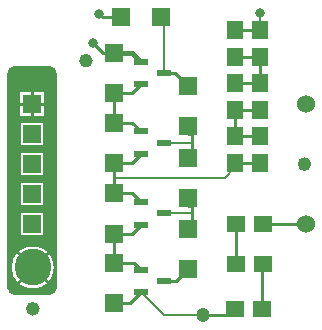
<source format=gbr>
G04 DesignSpark PCB Gerber Version 10.0 Build 5299*
G04 #@! TF.Part,Single*
G04 #@! TF.FileFunction,Copper,L1,Top*
G04 #@! TF.FilePolarity,Positive*
%FSLAX35Y35*%
%MOIN*%
G04 #@! TA.AperFunction,SMDPad,CuDef*
%ADD19R,0.05500X0.06000*%
G04 #@! TA.AperFunction,ComponentPad*
%ADD70R,0.06000X0.06000*%
G04 #@! TA.AperFunction,SMDPad,CuDef*
%ADD17R,0.06300X0.06300*%
G04 #@! TD.AperFunction*
%ADD12C,0.00500*%
%ADD16C,0.00800*%
%ADD13C,0.01000*%
%ADD14C,0.01500*%
G04 #@! TA.AperFunction,ViaPad*
%ADD15C,0.03200*%
G04 #@! TA.AperFunction,SMDPad,CuDef*
%ADD20C,0.04724*%
G04 #@! TA.AperFunction,ComponentPad*
%ADD18C,0.06000*%
G04 #@! TA.AperFunction,SMDPad,CuDef*
%ADD21R,0.05000X0.02300*%
%ADD71R,0.06000X0.05500*%
G04 #@! TA.AperFunction,ComponentPad*
%ADD22C,0.12205*%
G04 #@! TD.AperFunction*
X0Y0D02*
D02*
D12*
X12376Y88565D02*
Y16911D01*
G75*
G03*
X14344Y14943I1969J0D01*
G01*
X26156D01*
G75*
G03*
X28124Y16911I0J1969D01*
G01*
Y88565D01*
G75*
G03*
X26156Y90533I-1969J0D01*
G01*
X14344D01*
G75*
G03*
X12376Y88565I0J-1969D01*
G01*
X16000Y82421D02*
X24500D01*
Y73921D01*
X16000D01*
Y82421D01*
X16199Y42222D02*
X24301D01*
Y34120D01*
X16199D01*
Y42222D01*
Y52222D02*
X24301D01*
Y44120D01*
X16199D01*
Y52222D01*
Y62222D02*
X24301D01*
Y54120D01*
X16199D01*
Y62222D01*
Y72222D02*
X24301D01*
Y64120D01*
X16199D01*
Y72222D01*
X13131Y23728D02*
G75*
G02*
X27836I7352J0D01*
G01*
G75*
G02*
X13131I-7352J0D01*
G01*
X12626D02*
G36*
X12626Y23728D02*
Y15951D01*
G75*
G03*
X13384Y15193I1718J960D01*
G01*
X27116D01*
G75*
G03*
X27874Y15951I-960J1718D01*
G01*
Y23728D01*
X27836D01*
G75*
G02*
X13131I-7352J0D01*
G01*
X12626D01*
G37*
Y38171D02*
G36*
X12626Y38171D02*
Y23728D01*
X13131D01*
G75*
G02*
X27836I7352J0D01*
G01*
X27874D01*
Y38171D01*
X24301D01*
Y34120D01*
X16199D01*
Y38171D01*
X12626D01*
G37*
Y48171D02*
G36*
X12626Y48171D02*
Y38171D01*
X16199D01*
Y42222D01*
X24301D01*
Y38171D01*
X27874D01*
Y48171D01*
X24301D01*
Y44120D01*
X16199D01*
Y48171D01*
X12626D01*
G37*
Y58171D02*
G36*
X12626Y58171D02*
Y48171D01*
X16199D01*
Y52222D01*
X24301D01*
Y48171D01*
X27874D01*
Y58171D01*
X24301D01*
Y54120D01*
X16199D01*
Y58171D01*
X12626D01*
G37*
Y68171D02*
G36*
X12626Y68171D02*
Y58171D01*
X16199D01*
Y62222D01*
X24301D01*
Y58171D01*
X27874D01*
Y68171D01*
X24301D01*
Y64120D01*
X16199D01*
Y68171D01*
X12626D01*
G37*
Y78171D02*
G36*
X12626Y78171D02*
Y68171D01*
X16199D01*
Y72222D01*
X24301D01*
Y68171D01*
X27874D01*
Y78171D01*
X24500D01*
Y73921D01*
X16000D01*
Y78171D01*
X12626D01*
G37*
Y89525D02*
G36*
X12626Y89525D02*
Y78171D01*
X16000D01*
Y82421D01*
X24500D01*
Y78171D01*
X27874D01*
Y89525D01*
G75*
G03*
X27116Y90283I-1718J-960D01*
G01*
X13384D01*
G75*
G03*
X12626Y89525I960J-1718D01*
G01*
G37*
X18515Y9948D02*
G75*
G03*
X22452I1969J0D01*
G01*
G75*
G03*
X18515I-1969J0D01*
G01*
G36*
X18515Y9948D02*
G75*
G03*
X22452I1969J0D01*
G01*
G75*
G03*
X18515I-1969J0D01*
G01*
G37*
X36231Y92626D02*
G75*
G03*
X40169I1969J0D01*
G01*
G75*
G03*
X36231I-1969J0D01*
G01*
G36*
X36231Y92626D02*
G75*
G03*
X40169I1969J0D01*
G01*
G75*
G03*
X36231I-1969J0D01*
G01*
G37*
X109066Y58177D02*
G75*
G03*
X113003I1969J0D01*
G01*
G75*
G03*
X109066I-1969J0D01*
G01*
G36*
X109066Y58177D02*
G75*
G03*
X113003I1969J0D01*
G01*
G75*
G03*
X109066I-1969J0D01*
G01*
G37*
D02*
D13*
X16522Y19767D02*
X15108Y18352D01*
X16522Y27689D02*
X15108Y29104D01*
X17750Y78171D02*
X15750D01*
X20250Y75671D02*
Y73671D01*
Y80671D02*
Y82671D01*
X22750Y78171D02*
X24750D01*
X24445Y19767D02*
X25859Y18352D01*
X24445Y27689D02*
X25859Y29104D01*
X47415Y11786D02*
X52820D01*
X56557Y15524D01*
X47415Y25186D02*
X54395D01*
X56557Y23024D01*
X47415Y25186D02*
Y35015D01*
X53607D01*
X56557Y37965D01*
X47415Y48415D02*
X53607D01*
X56557Y45465D01*
X47415Y48415D02*
Y53526D01*
Y58637D01*
X53607D01*
X56557Y61587D01*
X47415Y72037D02*
X53607D01*
X56557Y69087D01*
X47415Y72037D02*
Y81865D01*
X53607D01*
X56557Y84815D01*
X47415Y95265D02*
X43865D01*
X40722Y98407D01*
X49770Y107069D02*
X43870D01*
X42691Y108248D01*
X64257Y19274D02*
X68289D01*
X72219Y23204D01*
X64257Y88565D02*
X67895D01*
X72219Y84241D01*
Y46826D02*
Y44077D01*
X73400D01*
Y41417D01*
X72219Y70841D02*
Y68093D01*
X73400D01*
Y65337D01*
Y41417D02*
Y38959D01*
X72219D01*
Y36604D01*
X73400Y65337D02*
Y62974D01*
X72219D01*
Y60226D01*
X77337Y7856D02*
X86062D01*
X88031Y9825D01*
X87967Y67474D02*
Y76191D01*
Y67474D02*
X96234D01*
X87967Y76191D02*
X96234D01*
X87967Y102907D02*
X96234D01*
X88191Y38171D02*
Y24785D01*
X96234Y58474D02*
X87967D01*
X96234Y85191D02*
Y93907D01*
Y85191D02*
X87967D01*
X96234Y93907D02*
X87967D01*
X97031Y9825D02*
Y24625D01*
X97191Y24785D01*
Y38171D02*
X111478D01*
X111483Y38177D01*
D02*
D14*
X47415Y95265D02*
X53607D01*
X56557Y92315D01*
D02*
D15*
X40722Y98407D03*
X42691Y108248D03*
X96234Y108644D03*
D02*
D16*
X64257Y41715D02*
X73102D01*
X73400Y41417D01*
X64257Y65337D02*
X73400D01*
X64257Y88565D02*
Y105982D01*
X63170Y107069D01*
X77337Y7856D02*
X64225D01*
X56557Y15524D01*
X87967Y58474D02*
Y57069D01*
X84423Y53526D01*
X47415D01*
X96234Y102907D02*
Y108644D01*
D02*
D17*
X47415Y11786D03*
Y25186D03*
Y35015D03*
Y48415D03*
Y58637D03*
Y72037D03*
Y81865D03*
Y95265D03*
X49770Y107069D03*
X63170D03*
X72219Y23204D03*
Y36604D03*
Y46826D03*
Y60226D03*
Y70841D03*
Y84241D03*
D02*
D18*
X111483Y38177D03*
Y78177D03*
D02*
D19*
X87967Y58474D03*
Y67474D03*
Y76191D03*
Y85191D03*
Y93907D03*
Y102907D03*
X96234Y58474D03*
Y67474D03*
Y76191D03*
Y85191D03*
Y93907D03*
Y102907D03*
D02*
D70*
X20250Y38171D03*
Y48171D03*
Y58171D03*
Y68171D03*
Y78171D03*
D02*
D71*
X88031Y9825D03*
X88191Y24785D03*
Y38171D03*
X97031Y9825D03*
X97191Y24785D03*
Y38171D03*
D02*
D20*
X77337Y7856D03*
D02*
D21*
X56557Y15524D03*
Y23024D03*
Y37965D03*
Y45465D03*
Y61587D03*
Y69087D03*
Y84815D03*
Y92315D03*
X64257Y19274D03*
Y41715D03*
Y65337D03*
Y88565D03*
D02*
D22*
X20483Y23728D03*
X0Y0D02*
M02*

</source>
